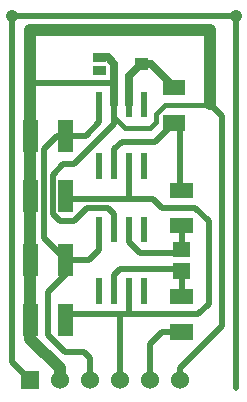
<source format=gbr>
G04 start of page 2 for group 0 idx 0 *
G04 Title: (unknown), component *
G04 Creator: pcb 20100929 *
G04 CreationDate: Mon Oct  3 15:02:58 2011 UTC *
G04 For: user1 *
G04 Format: Gerber/RS-274X *
G04 PCB-Dimensions: 200000 300000 *
G04 PCB-Coordinate-Origin: lower left *
%MOIN*%
%FSLAX25Y25*%
%LNFRONT*%
%ADD11C,0.0200*%
%ADD12C,0.0400*%
%ADD13C,0.0150*%
%ADD14C,0.0250*%
%ADD15C,0.0600*%
%ADD16C,0.0410*%
%ADD17R,0.0512X0.0512*%
%ADD18R,0.0200X0.0200*%
%ADD19R,0.0315X0.0315*%
%ADD20R,0.0315X0.0315*%
%ADD21R,0.0394X0.0394*%
%ADD22C,0.0380*%
G54D11*X75500Y177500D02*X80000Y182000D01*
X65500Y171905D02*X72905Y164500D01*
X68500Y180000D02*X71000Y177500D01*
X75500D01*
X80500Y164500D02*X72905D01*
X72405Y164000D02*X72905Y164500D01*
X84000Y174750D02*Y168000D01*
X80500Y164500D01*
G54D12*X61095Y206000D02*Y138405D01*
G54D11*X89000Y223500D02*X61000D01*
G54D12*Y241250D02*Y206095D01*
X61095Y206000D01*
G54D11*X89000Y216500D02*Y210000D01*
X94000Y196000D02*Y185000D01*
X87000Y182000D02*X89000Y180000D01*
X80000Y182000D02*X87000D01*
X102000Y185000D02*X73905D01*
X70000Y206000D02*X65500Y201500D01*
X70000Y206000D02*X79500D01*
X84000Y210500D01*
X89000Y210000D02*X75500Y196500D01*
X65500Y201500D02*Y171905D01*
X73905Y185000D02*X72905Y186000D01*
X75500Y196500D02*X72000D01*
X68500Y193000D01*
Y180000D01*
X67000Y154000D02*Y139500D01*
X94000Y170500D02*X97500Y167000D01*
X94000Y174750D02*Y170500D01*
X89000Y154250D02*Y159500D01*
X91000Y161500D01*
X89000Y180000D02*Y174750D01*
X97500Y167000D02*X110457D01*
X91000Y161500D02*X110957D01*
X111500Y160957D01*
X94000Y154250D02*Y146500D01*
X117000D02*X74905D01*
X72905Y144500D01*
X101000Y136500D02*X105000Y140500D01*
X111405D01*
X111500Y140595D01*
X72905Y167155D02*Y159905D01*
X67000Y154000D01*
X120500Y177500D02*Y150000D01*
G54D12*X121000Y216500D02*Y241250D01*
G54D11*X125000Y142500D02*Y212500D01*
X121000Y216500D01*
X116000Y182000D02*X120500Y177500D01*
X105000Y182000D02*X116000D01*
X110095Y177500D02*X111500Y176095D01*
Y168043D02*Y176095D01*
X109957Y166500D02*X111500Y168043D01*
X110457Y167000D02*X111500Y168043D01*
Y160957D02*Y152405D01*
X111000Y124500D02*Y128500D01*
X117000Y146500D02*X120500Y150000D01*
X111000Y128500D02*X125000Y142500D01*
X129500Y246000D02*Y122000D01*
G54D13*X89000Y212250D02*X92500Y208750D01*
X101000D02*X103000Y210750D01*
X92500Y208750D02*X101000D01*
G54D11*X91500Y204000D02*X102646D01*
X89000Y201500D02*X91500Y204000D01*
X89000Y196000D02*Y201500D01*
X102646Y204000D02*X109000Y210354D01*
X110905Y208449D02*X109000Y210354D01*
X110905Y188500D02*Y208449D01*
Y188500D02*X111500Y187905D01*
X102000Y185000D02*X105000Y182000D01*
G54D14*X98007Y230001D02*X101163D01*
X94000Y225994D02*X98007Y230001D01*
X101163D02*X109000Y222164D01*
G54D13*Y222250D01*
X103000Y213250D02*X106000Y216250D01*
X103000Y210750D02*Y213250D01*
X106000Y216250D02*X120000D01*
G54D12*X61000Y241250D02*X121000D01*
G54D11*X55000Y246000D02*X129500D01*
G54D14*X84030Y232166D02*X86834D01*
X89000Y230000D01*
Y216500D01*
G54D11*X84000D02*Y213595D01*
Y210500D02*Y216500D01*
G54D14*X94000D02*Y225994D01*
G54D11*X91000Y124500D02*Y146500D01*
X101000Y124500D02*Y136500D01*
X55000Y246000D02*Y130500D01*
X61000Y124500D01*
X67000Y139500D02*X72500Y134000D01*
X79000D01*
X81000Y132000D01*
Y124500D01*
G54D12*X61095Y138405D02*X71000Y128500D01*
Y124500D01*
G54D11*G36*
X58000Y127500D02*Y121500D01*
X64000D01*
Y127500D01*
X58000D01*
G37*
G54D15*X71000Y124500D03*
X81000D03*
X91000D03*
X101000D03*
X111000D03*
G54D16*X129500Y246000D03*
X55000D03*
G54D17*X110319Y187905D02*X112681D01*
X110319Y176095D02*X112681D01*
X111107Y168043D02*X111893D01*
X111107Y160957D02*X111893D01*
X110319Y152405D02*X112681D01*
X110319Y140595D02*X112681D01*
G54D18*X99000Y178000D02*Y171500D01*
X94000Y178000D02*Y171500D01*
X89000Y178000D02*Y171500D01*
X84000Y178000D02*Y171500D01*
Y157500D02*Y151000D01*
X89000Y157500D02*Y151000D01*
X94000Y157500D02*Y151000D01*
X99000Y157500D02*Y151000D01*
G54D17*X61095Y188755D02*Y183245D01*
Y147255D02*Y141745D01*
Y167255D02*Y161745D01*
X72905Y188755D02*Y183245D01*
Y147255D02*Y141745D01*
Y167255D02*Y161745D01*
G54D18*X84000Y199250D02*Y192750D01*
X89000Y199250D02*Y192750D01*
X94000Y199250D02*Y192750D01*
G54D17*X61095Y208755D02*Y203245D01*
X72905Y208755D02*Y203245D01*
G54D18*X99000Y219750D02*Y213250D01*
X94000Y219750D02*Y213250D01*
X89000Y219750D02*Y213250D01*
X84000Y219750D02*Y213250D01*
X99000Y199250D02*Y192750D01*
G54D17*X107819Y222164D02*X110181D01*
X107819Y210354D02*X110181D01*
G54D19*X83440Y232166D02*X84621D01*
G54D20*X83441Y227835D02*X84621D01*
G54D21*X97810Y230001D02*X98204D01*
G54D22*G54D11*M02*

</source>
